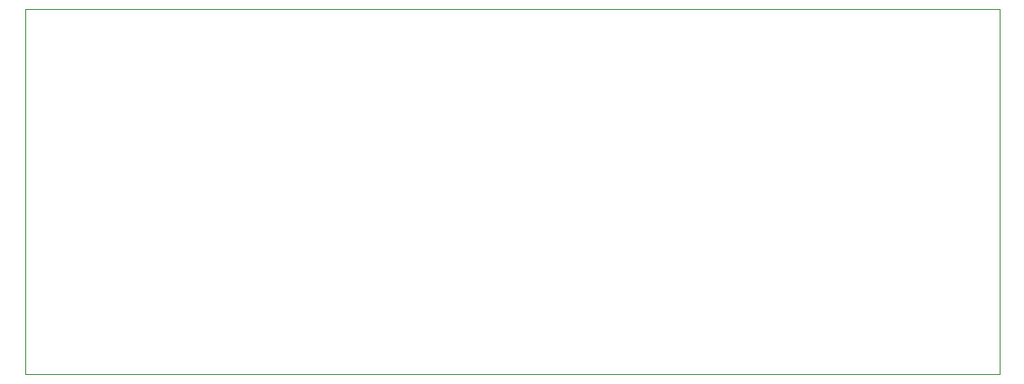
<source format=gbr>
G04 (created by PCBNEW (2013-may-18)-stable) date Sat 11 Jan 2014 02:32:35 PM CET*
%MOIN*%
G04 Gerber Fmt 3.4, Leading zero omitted, Abs format*
%FSLAX34Y34*%
G01*
G70*
G90*
G04 APERTURE LIST*
%ADD10C,0.00590551*%
%ADD11C,0.00393701*%
G04 APERTURE END LIST*
G54D10*
G54D11*
X10500Y-48000D02*
X10500Y-34500D01*
X46500Y-48000D02*
X10500Y-48000D01*
X46500Y-34500D02*
X46500Y-48000D01*
X10500Y-34500D02*
X46500Y-34500D01*
M02*

</source>
